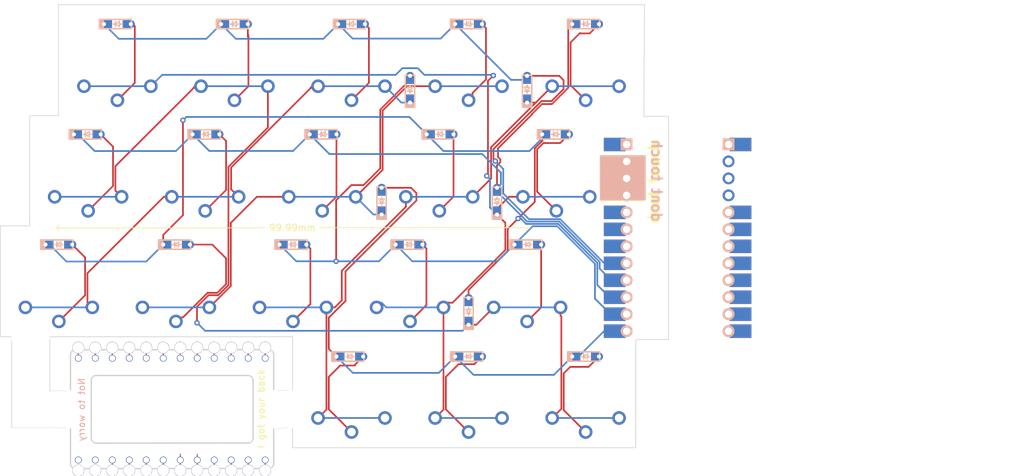
<source format=kicad_pcb>
(kicad_pcb (version 20221018) (generator pcbnew)
  (layers (0 "F.Cu" signal "Top") (31 "B.Cu" signal "Bottom") (34 "B.Paste" user) (35 "F.Paste" user) (36 "B.SilkS" user "B.Silkscreen") (37 "F.SilkS" user "F.Silkscreen") (38 "B.Mask" user) (39 "F.Mask" user) (44 "Edge.Cuts" user))
  (net 0 "")
  (net 1 "Net-(D1-Pad1)")
  (net 2 "pin0")
  (net 3 "Net-(D2-Pad2)")
  (net 4 "Net-(D3-Pad2)")
  (net 5 "Net-(D4-Pad2)")
  (net 6 "Net-(D5-Pad2)")
  (net 7 "pin1")
  (net 8 "Net-(D6-Pad2)")
  (net 9 "Net-(D7-Pad1)")
  (net 10 "Net-(D8-Pad2)")
  (net 11 "Net-(D9-Pad2)")
  (net 12 "Net-(D10-Pad2)")
  (net 13 "pin2")
  (net 14 "Net-(D11-Pad2)")
  (net 15 "Net-(D12-Pad2)")
  (net 16 "Net-(D13-Pad1)")
  (net 17 "Net-(D14-Pad2)")
  (net 18 "Net-(D15-Pad2)")
  (net 19 "pin3")
  (net 20 "Net-(D16-Pad2)")
  (net 21 "Net-(D17-Pad2)")
  (net 22 "Net-(D18-Pad2)")
  (net 23 "Net-(D19-Pad1)")
  (net 24 "pin4")
  (net 25 "Net-(D21-Pad2)")
  (net 26 "Net-(D22-Pad2)")
  (net 27 "Net-(D23-Pad2)")
  (net 28 "Net-(D25-Pad1)")
  (net 45 "GND")
  (net 46 "3.3V")
  (net 47 "/~{RESET}")
  (net 48 "/RAW")
  (net 49 "/17/SCL")
  (net 50 "/16/SDA")
  (net 51 "/9/RX1")
  (net 52 "/8/TX1")
  (net 53 "/7")
  (net 54 "/6")
  (net 55 "/5")
  (net 56 "/4")
  (net 57 "/1/RX0")
  (net 58 "/0/TX0")
  (net 59 "/A3")
  (net 60 "/A2")
  (net 61 "/A1")
  (net 62 "/A0")
  (net 63 "/22/SPI_SCK")
  (net 64 "/20/SPI_CIPO")
  (net 65 "/23/SPI_COPI")
  (net 66 "/21/SPI_~{CS}")
  (footprint "split-single_custom:D_SOD123F_dual" (layer "F.Cu") (at 81.25 56.5)
    (fp_text reference "D16")
    (fp_text value "D_Small" hide)
  )
  (footprint "split-single_custom:D_SOD123F_dual" (layer "F.Cu") (at 68.25 40)
    (fp_text reference "D9")
    (fp_text value "D_Small" hide)
  )
  (footprint "split-single_custom:D_SOD123F_dual" (layer "F.Cu") (at 107.5 23.5)
    (fp_text reference "D5")
    (fp_text value "D_Small" hide)
  )
  (footprint "split-single_custom:D_SOD123F_dual" (layer "F.Cu") (at 50.5 40)
    (fp_text reference "D8")
    (fp_text value "D_Small" hide)
  )
  (footprint "keyswitches:SW_PG1350_reversible" (layer "F.Cu") (at 55 29)
    (fp_text reference "SW1")
    (fp_text value "SW_PUSH")
  )
  (footprint "split-single_custom:D_SOD123F_dual" (layer "F.Cu") (at 89.75 73.25)
    (fp_text reference "D21")
    (fp_text value "D_Small" hide)
  )
  (footprint "split-single_custom:D_SOD123F_dual" (layer "F.Cu") (at 94.5 50 90)
    (fp_text reference "D25")
    (fp_text value "D_Small" hide)
  )
  (footprint "split-single_custom:D_SOD123F_dual" (layer "F.Cu") (at 103.25 40)
    (fp_text reference "D11")
    (fp_text value "D_Small" hide)
  )
  (footprint "split-single_custom:D_SOD123F_dual" (layer "F.Cu") (at 98.75 33.25 90)
    (fp_text reference "D19")
    (fp_text value "D_Small" hide)
  )
  (footprint "split-single_custom:D_SOD123F_dual" (layer "F.Cu") (at 120.5 40)
    (fp_text reference "D12")
    (fp_text value "D_Small" hide)
  )
  (footprint "split-single_custom:D_SOD123F_dual" (layer "F.Cu") (at 85.75 40)
    (fp_text reference "D10")
    (fp_text value "D_Small" hide)
  )
  (footprint "SparkFun_ProMicro-RP2040:1X12_CASTELLATED" (layer "F.Cu") (at 49.156604 73.5 -90)
    (fp_text reference "J4")
    (fp_text value "CONN_12CASTLE")
  )
  (footprint "keyswitches:SW_PG1350_reversible" (layer "F.Cu") (at 68.125 45.55)
    (fp_text reference "SW7")
    (fp_text value "SW_PUSH")
  )
  (footprint "SparkFun_ProMicro-RP2040:1X12_CASTELLATED" (layer "F.Cu") (at 77.096604 88.74 90)
    (fp_text reference "J3")
    (fp_text value "CONN_12CASTLE")
  )
  (footprint "split-single_custom:D_SOD123F_dual" (layer "F.Cu") (at 90 23.5)
    (fp_text reference "D4")
    (fp_text value "D_Small" hide)
  )
  (footprint "split-single_custom:D_SOD123F_dual" (layer "F.Cu") (at 63.85 56.5)
    (fp_text reference "D15")
    (fp_text value "D_Small" hide)
  )
  (footprint "split-single_custom:D_SOD123F_dual" (layer "F.Cu") (at 98.6 56.5)
    (fp_text reference "D17")
    (fp_text value "D_Small" hide)
  )
  (footprint "split-single_custom:D_SOD123F_dual" (layer "F.Cu") (at 116.35 56.5)
    (fp_text reference "D18")
    (fp_text value "D_Small" hide)
  )
  (footprint "keyswitches:SW_PG1350_reversible" (layer "F.Cu") (at 107.5 29)
    (fp_text reference "SW4")
    (fp_text value "SW_PUSH")
  )
  (footprint "keyswitches:SW_PG1350_reversible" (layer "F.Cu") (at 90 78.65)
    (fp_text reference "SW17")
    (fp_text value "SW_PUSH")
  )
  (footprint "keyswitches:SW_PG1350_reversible" (layer "F.Cu") (at 120.625 45.55)
    (fp_text reference "SW10")
    (fp_text value "SW_PUSH")
  )
  (footprint "keyswitches:SW_PG1350_reversible" (layer "F.Cu") (at 90 29)
    (fp_text reference "SW3")
    (fp_text value "SW_PUSH")
  )
  (footprint "Keebio-Parts:breakaway-mousebites" (layer "F.Cu") (at 47.985454 81.144124 90)
    (fp_text reference "REF**" hide)
    (fp_text value "breakaway-mousebites" hide)
  )
  (footprint "split-single_custom:D_SOD123F_dual" (layer "F.Cu") (at 125 73.25)
    (fp_text reference "D23")
    (fp_text value "D_Small" hide)
  )
  (footprint "split-single_custom:D_SOD123F_dual" (layer "F.Cu") (at 107.5 66.5 90)
    (fp_text reference "D13")
    (fp_text value "D_Small" hide)
  )
  (footprint "keyswitches:SW_PG1350_reversible" (layer "F.Cu") (at 63.75 62.1)
    (fp_text reference "SW12")
    (fp_text value "SW_PUSH")
  )
  (footprint "Keebio-Parts:breakaway-mousebites" (layer "F.Cu") (at 42 70.30115 180)
    (fp_text reference "REF**" hide)
    (fp_text value "breakaway-mousebites" hide)
  )
  (footprint "keyswitches:SW_PG1350_reversible" (layer "F.Cu") (at 46.25 62.1)
    (fp_text reference "SW11")
    (fp_text value "SW_PUSH")
  )
  (footprint "split-single_custom:D_SOD123F_dual" (layer "F.Cu") (at 55 23.5)
    (fp_text reference "D2")
    (fp_text value "D_Small" hide)
  )
  (footprint "keyswitches:SW_PG1350_reversible" (layer "F.Cu") (at 98.75 62.1)
    (fp_text reference "SW14")
    (fp_text value "SW_PUSH")
  )
  (footprint "keyswitches:SW_PG1350_reversible" (layer "F.Cu") (at 125 29)
    (fp_text reference "SW5")
    (fp_text value "SW_PUSH")
  )
  (footprint "split-single_custom:D_SOD123F_dual" (layer "F.Cu") (at 111.75 50 90)
    (fp_text reference "D7")
    (fp_text value "D_Small" hide)
  )
  (footprint "keyswitches:SW_PG1350_reversible" (layer "F.Cu") (at 81.25 62.1)
    (fp_text reference "SW13")
    (fp_text value "SW_PUSH")
  )
  (footprint "Keebio-Parts:Elite-C-castellated-24pin-holes" (layer "F.Cu") (at 138.75 55.48675 -90)
    (fp_text reference "U1" hide)
    (fp_text value "ProMicro" hide)
  )
  (footprint "split-single_custom:D_SOD123F_dual" (layer "F.Cu") (at 46.25 56.5)
    (fp_text reference "D14")
    (fp_text value "D_Small" hide)
  )
  (footprint "split-single_custom:D_SOD123F_dual" (layer "F.Cu") (at 125 23.5)
    (fp_text reference "D6")
    (fp_text value "D_Small" hide)
  )
  (footprint "keyswitches:SW_PG1350_reversible" (layer "F.Cu") (at 50.625 45.55)
    (fp_text reference "SW6")
    (fp_text value "SW_PUSH")
  )
  (footprint "keyswitches:SW_PG1350_reversible" (layer "F.Cu") (at 116.25 62.1)
    (fp_text reference "SW15")
    (fp_text value "SW_PUSH")
  )
  (footprint "keyswitches:SW_PG1350_reversible" (layer "F.Cu") (at 85.625 45.55)
    (fp_text reference "SW8")
    (fp_text value "SW_PUSH")
  )
  (footprint "keyswitches:SW_PG1350_reversible" (layer "F.Cu") (at 72.5 29)
    (fp_text reference "SW2")
    (fp_text value "SW_PUSH")
  )
  (footprint "split-single_custom:D_SOD123F_dual" (layer "F.Cu") (at 116.25 33.25 90)
    (fp_text reference "D1")
    (fp_text value "D_Small" hide)
  )
  (footprint "Keebio-Parts:breakaway-mousebites" (layer "F.Cu") (at 81.14885 81.15 90)
    (fp_text reference "REF**" hide)
    (fp_text value "breakaway-mousebites" hide)
  )
  (footprint "split-single_custom:D_SOD123F_dual" (layer "F.Cu") (at 107.5 73.25)
    (fp_text reference "D22")
    (fp_text value "D_Small" hide)
  )
  (footprint "SparkFun_ProMicro-RP2040:CREATIVE_COMMONS" (layer "F.Cu") (at 183.0769 34.2624 180)
    (fp_text reference "FRAME2" hide)
    (fp_text value "FRAME-LEDGER" hide)
  )
  (footprint "keyswitches:SW_PG1350_reversible" (layer "F.Cu") (at 103.125 45.55)
    (fp_text reference "SW9")
    (fp_text value "SW_PUSH")
  )
  (footprint "Keebio-Parts:breakaway-mousebites" (layer "F.Cu") (at 81.14885 81.15 90)
    (fp_text reference "REF**" hide)
    (fp_text value "breakaway-mousebites" hide)
  )
  (footprint "split-single_custom:D_SOD123F_dual" (layer "F.Cu") (at 72.5 23.5)
    (fp_text reference "D3")
    (fp_text value "D_Small" hide)
  )
  (footprint "keyswitches:SW_PG1350_reversible" (layer "F.Cu") (at 107.5 78.65)
    (fp_text reference "SW18")
    (fp_text value "SW_PUSH")
  )
  (footprint "Keebio-Parts:breakaway-mousebites" (layer "F.Cu") (at 78.337754 81.144124 -90)
    (fp_text reference "REF**" hide)
    (fp_text value "breakaway-mousebites" hide)
  )
  (footprint "keyswitches:SW_PG1350_reversible" (layer "F.Cu") (at 125 78.65)
    (fp_text reference "SW19")
    (fp_text value "SW_PUSH")
  )
  (footprint "Keebio-Parts:Elite-C-castellated-24pin-holes" (layer "B.Cu") (at 138.75 55.48675 -90)
    (fp_text reference "U2" hide)
    (fp_text value "ProMicro" hide)
  )
  (gr_rect (start 127.2 43.2) (end 133.9 49.8) (stroke (width 0.15)) (fill solid) (layer "B.SilkS"))
  (gr_line (start 116.4 53.96) (end 116 53.56) (stroke (width 0.12)) (layer "F.SilkS"))
  (gr_line (start 85.3 53.96) (end 116.4 53.96) (stroke (width 0.12)) (layer "F.SilkS"))
  (gr_line (start 77 54) (end 45.9 54) (stroke (width 0.12)) (layer "F.SilkS"))
  (gr_line (start 46.33 53.56) (end 45.9 54) (stroke (width 0.12)) (layer "F.SilkS"))
  (gr_line (start 45.9 54) (end 46.3 54.4) (stroke (width 0.12)) (layer "F.SilkS"))
  (gr_line (start 115.97 54.4) (end 116.4 53.96) (stroke (width 0.12)) (layer "F.SilkS"))
  (gr_rect (start 127.2 43.3) (end 133.9 49.9) (stroke (width 0.15)) (fill solid) (layer "F.SilkS"))
  (gr_arc (start 74.55254 76.0934) (mid 75.071755 76.310041) (end 75.286604 76.83) (stroke (width 0.2032)) (layer "Edge.Cuts"))
  (gr_line (start 47.986604 83.95) (end 39.2 83.9) (stroke (width 0.05)) (layer "Edge.Cuts"))
  (gr_line (start 51.100004 76.82746) (end 51.1 85.48) (stroke (width 0.2032)) (layer "Edge.Cuts"))
  (gr_line (start 46.2 20.6) (end 46.2 37.2) (stroke (width 0.1)) (layer "Edge.Cuts"))
  (gr_line (start 132.5 86.9) (end 132.5 70.7) (stroke (width 0.1)) (layer "Edge.Cuts"))
  (gr_line (start 81.2 70.3) (end 81.2 78.3) (stroke (width 0.1)) (layer "Edge.Cuts"))
  (gr_arc (start 48.720668 90.0234) (mid 48.201453 89.806759) (end 47.986604 89.2868) (stroke (width 0.2032)) (layer "Edge.Cuts"))
  (gr_arc (start 78.366604 89.2734) (mid 78.149963 89.792615) (end 77.630004 90.007464) (stroke (width 0.2032)) (layer "Edge.Cuts"))
  (gr_arc (start 51.100004 76.82746) (mid 51.316645 76.308245) (end 51.836604 76.093396) (stroke (width 0.2032)) (layer "Edge.Cuts"))
  (gr_line (start 37.5 70.3) (end 39.2 70.3) (stroke (width 0.1)) (layer "Edge.Cuts"))
  (gr_line (start 133.8 20.6) (end 46.2 20.6) (stroke (width 0.1)) (layer "Edge.Cuts"))
  (gr_line (start 39.2 83.9) (end 39.2 70.3) (stroke (width 0.1)) (layer "Edge.Cuts"))
  (gr_line (start 44.9 70.3) (end 81.2 70.3) (stroke (width 0.1)) (layer "Edge.Cuts"))
  (gr_line (start 47.986604 78.4) (end 47.986604 72.98) (stroke (width 0.2032)) (layer "Edge.Cuts"))
  (gr_line (start 44.9 78.4) (end 44.9 70.3) (stroke (width 0.1)) (layer "Edge.Cuts"))
  (gr_line (start 48.720668 90.0234) (end 77.630004 90.007464) (stroke (width 0.2032)) (layer "Edge.Cuts"))
  (gr_line (start 74.55254 76.0934) (end 51.836604 76.093396) (stroke (width 0.2032)) (layer "Edge.Cuts"))
  (gr_line (start 41.9 53.7) (end 37.5 53.7) (stroke (width 0.1)) (layer "Edge.Cuts"))
  (gr_line (start 78.366604 89.2734) (end 78.365799 84.099995) (stroke (width 0.2032)) (layer "Edge.Cuts"))
  (gr_arc (start 77.630004 72.23) (mid 78.149219 72.446641) (end 78.364068 72.9666) (stroke (width 0.2032)) (layer "Edge.Cuts"))
  (gr_line (start 137.4 37.3) (end 133.7 37.3) (stroke (width 0.1)) (layer "Edge.Cuts"))
  (gr_line (start 137.4 70.7) (end 137.4 37.3) (stroke (width 0.1)) (layer "Edge.Cuts"))
  (gr_line (start 81.2 78.3) (end 81.2 78.3) (stroke (width 0.1)) (layer "Edge.Cuts"))
  (gr_arc (start 47.986604 72.98) (mid 48.201453 72.460041) (end 48.720668 72.2434) (stroke (width 0.2032)) (layer "Edge.Cuts"))
  (gr_arc (start 75.288396 85.460785) (mid 75.071755 85.98) (end 74.551796 86.194849) (stroke (width 0.2032)) (layer "Edge.Cuts"))
  (gr_line (start 132.5 70.7) (end 137.4 70.7) (stroke (width 0.1)) (layer "Edge.Cuts"))
  (gr_line (start 51.834064 86.2166) (end 74.551796 86.194849) (stroke (width 0.2032)) (layer "Edge.Cuts"))
  (gr_line (start 75.288396 85.460785) (end 75.286604 76.83) (stroke (width 0.2032)) (layer "Edge.Cuts"))
  (gr_line (start 81.2 83.85) (end 81.2 86.9) (stroke (width 0.1)) (layer "Edge.Cuts"))
  (gr_line (start 81.2 83.85) (end 78.365799 84.099995) (stroke (width 0.05)) (layer "Edge.Cuts"))
  (gr_line (start 133.7 37.3) (end 133.8 20.6) (stroke (width 0.1)) (layer "Edge.Cuts"))
  (gr_line (start 77.630004 72.23) (end 48.720668 72.2434) (stroke (width 0.2032)) (layer "Edge.Cuts"))
  (gr_line (start 78.364897 78.300003) (end 78.364068 72.9666) (stroke (width 0.2032)) (layer "Edge.Cuts"))
  (gr_line (start 41.9 37.2) (end 41.9 53.7) (stroke (width 0.1)) (layer "Edge.Cuts"))
  (gr_line (start 81.2 86.9) (end 132.5 86.9) (stroke (width 0.1)) (layer "Edge.Cuts"))
  (gr_line (start 137.4 86.9) (end 137.4 86.9) (stroke (width 0.1)) (layer "Edge.Cuts"))
  (gr_line (start 37.5 53.7) (end 37.5 70.3) (stroke (width 0.1)) (layer "Edge.Cuts"))
  (gr_line (start 46.2 37.2) (end 41.9 37.2) (stroke (width 0.1)) (layer "Edge.Cuts"))
  (gr_arc (start 51.834064 86.2166) (mid 51.314849 85.999959) (end 51.1 85.48) (stroke (width 0.2032)) (layer "Edge.Cuts"))
  (gr_line (start 47.986604 78.4) (end 44.9 78.4) (stroke (width 0.05)) (layer "Edge.Cuts"))
  (gr_line (start 81.2 78.3) (end 78.364897 78.300003) (stroke (width 0.05)) (layer "Edge.Cuts"))
  (gr_line (start 47.986604 89.2868) (end 47.986604 83.95) (stroke (width 0.2032)) (layer "Edge.Cuts"))
  (gr_text "dont touch\n" (at 135.6 46.9 -90) (layer "B.SilkS") (effects (font (size 1.5 1.5) (thickness 0.3)) (justify mirror)))
  (gr_text "Not to worry" (at 49.636604 81.2 90) (layer "B.SilkS") (effects (font (size 1 1)) (justify mirror)))
  (gr_text "I got your back" (at 76.486604 81.1 90) (layer "F.SilkS") (effects (font (size 1 1))))
  (gr_text "99.99mm" (at 81.149999 53.98) (layer "F.SilkS") (effects (font (size 1 1))))
  (gr_text "dont touch\n" (at 135.2 47.2 90) (layer "F.SilkS") (effects (font (size 1.5 1.5) (thickness 0.3))))
  (segment (start 117.55 35.25) (end 110.86647 41.93353) (width 0.25) (layer "F.Cu") (net 1))
  (segment (start 98.125 50.843418) (end 88.542894 60.425524) (width 0.25) (layer "F.Cu") (net 1))
  (segment (start 110.86647 41.93353) (end 110.86647 46.60853) (width 0.25) (layer "F.Cu") (net 1))
  (segment (start 86.25 81.2) (end 86.25 65.9) (width 0.25) (layer "F.Cu") (net 1))
  (segment (start 88.542894 64.857106) (end 87.5 65.9) (width 0.25) (layer "F.Cu") (net 1))
  (segment (start 87.5 65.9) (end 86.25 65.9) (width 0.25) (layer "F.Cu") (net 1))
  (segment (start 120 32.8) (end 117.55 35.25) (width 0.25) (layer "F.Cu") (net 1))
  (segment (start 116.25 35.25) (end 117.55 35.25) (width 0.25) (layer "F.Cu") (net 1))
  (segment (start 85 82.45) (end 86.25 81.2) (width 0.25) (layer "F.Cu") (net 1))
  (segment (start 110.86647 46.60853) (end 108.125 49.35) (width 0.25) (layer "F.Cu") (net 1))
  (segment (start 88.542894 60.425524) (end 88.542894 64.857106) (width 0.25) (layer "F.Cu") (net 1))
  (segment (start 98.125 49.35) (end 98.125 50.843418) (width 0.25) (layer "F.Cu") (net 1))
  (segment (start 85 82.45) (end 95 82.45) (width 0.25) (layer "B.Cu") (net 1))
  (segment (start 120 32.8) (end 130 32.8) (width 0.25) (layer "B.Cu") (net 1))
  (segment (start 98.125 49.35) (end 108.125 49.35) (width 0.25) (layer "B.Cu") (net 1))
  (segment (start 86.25 65.9) (end 76.25 65.9) (width 0.25) (layer "B.Cu") (net 1))
  (segment (start 118.418198 35.018198) (end 111.21807 42.218326) (width 0.25) (layer "F.Cu") (net 2))
  (segment (start 111.21807 43.71807) (end 111.5 44) (width 0.25) (layer "F.Cu") (net 2))
  (segment (start 121.05 31.25) (end 121.7 31.9) (width 0.25) (layer "F.Cu") (net 2))
  (segment (start 121.7 31.9) (end 121.7 33.230001) (width 0.25) (layer "F.Cu") (net 2))
  (segment (start 116.25 31.25) (end 121.05 31.25) (width 0.25) (layer "F.Cu") (net 2))
  (segment (start 121.7 33.230001) (end 119.911803 35.018198) (width 0.25) (layer "F.Cu") (net 2))
  (segment (start 111.21807 42.218326) (end 111.21807 43.71807) (width 0.25) (layer "F.Cu") (net 2))
  (segment (start 119.911803 35.018198) (end 118.418198 35.018198) (width 0.25) (layer "F.Cu") (net 2))
  (via (at 111.5 44) (size 0.8) (drill 0.4) (layers "F.Cu" "B.Cu") (net 2))
  (segment (start 121.2 52.7) (end 116.536396 52.7) (width 0.25) (layer "B.Cu") (net 2))
  (segment (start 103.329699 25.670301) (end 105.5 23.5) (width 0.25) (layer "B.Cu") (net 2))
  (segment (start 112.687701 45.187701) (end 111.5 44) (width 0.25) (layer "B.Cu") (net 2))
  (segment (start 55.2 25.7) (end 53 23.5) (width 0.25) (layer "B.Cu") (net 2))
  (segment (start 72.7 25.7) (end 70.5 23.5) (width 0.25) (layer "B.Cu") (net 2))
  (segment (start 85.8 25.7) (end 72.7 25.7) (width 0.25) (layer "B.Cu") (net 2))
  (segment (start 88 23.5) (end 85.8 25.7) (width 0.25) (layer "B.Cu") (net 2))
  (segment (start 127.79675 59.29675) (end 121.2 52.7) (width 0.25) (layer "B.Cu") (net 2))
  (segment (start 88 23.5) (end 90.170301 25.670301) (width 0.25) (layer "B.Cu") (net 2))
  (segment (start 70.5 23.5) (end 68.3 25.7) (width 0.25) (layer "B.Cu") (net 2))
  (segment (start 113.85 31.85) (end 116.25 31.85) (width 0.25) (layer "B.Cu") (net 2))
  (segment (start 68.3 25.7) (end 55.2 25.7) (width 0.25) (layer "B.Cu") (net 2))
  (segment (start 129.352 59.29675) (end 127.79675 59.29675) (width 0.25) (layer "B.Cu") (net 2))
  (segment (start 105.5 23.5) (end 113.85 31.85) (width 0.25) (layer "B.Cu") (net 2))
  (segment (start 90.170301 25.670301) (end 103.329699 25.670301) (width 0.25) (layer "B.Cu") (net 2))
  (segment (start 116.536396 52.7) (end 112.687701 48.851305) (width 0.25) (layer "B.Cu") (net 2))
  (segment (start 112.687701 48.851305) (end 112.687701 45.187701) (width 0.25) (layer "B.Cu") (net 2))
  (segment (start 55 34.9) (end 57.6 32.3) (width 0.25) (layer "F.Cu") (net 3))
  (segment (start 56.6 22.8) (end 56.6 23.1) (width 0.25) (layer "F.Cu") (net 3))
  (segment (start 56.6 23.1) (end 57 23.5) (width 0.25) (layer "F.Cu") (net 3))
  (segment (start 57.6 32.3) (end 57.6 23.8) (width 0.25) (layer "F.Cu") (net 3))
  (segment (start 57.6 23.8) (end 56.6 22.8) (width 0.25) (layer "F.Cu") (net 3))
  (segment (start 74.5 25.4) (end 74.5 23.5) (width 0.25) (layer "F.Cu") (net 4))
  (segment (start 74.589501 25.489501) (end 74.5 25.4) (width 0.25) (layer "F.Cu") (net 4))
  (segment (start 74.589501 25.489501) (end 74.589501 25.179501) (width 0.25) (layer "F.Cu") (net 4))
  (segment (start 72.5 34.9) (end 74.589501 32.810499) (width 0.25) (layer "F.Cu") (net 4))
  (segment (start 74.589501 32.810499) (end 74.589501 25.489501) (width 0.25) (layer "F.Cu") (net 4))
  (segment (start 92 23.5) (end 92.6 24.1) (width 0.25) (layer "F.Cu") (net 5))
  (segment (start 92.6 24.1) (end 92.6 32.3) (width 0.25) (layer "F.Cu") (net 5))
  (segment (start 92.6 32.3) (end 90 34.9) (width 0.25) (layer "F.Cu") (net 5))
  (segment (start 108.1 34.3) (end 107.5 34.9) (width 0.25) (layer "F.Cu") (net 6))
  (segment (start 108.1 33.8) (end 108.1 34.3) (width 0.25) (layer "F.Cu") (net 6))
  (segment (start 110.1 24.1) (end 110.1 31.8) (width 0.25) (layer "F.Cu") (net 6))
  (segment (start 109.5 23.5) (end 110.1 24.1) (width 0.25) (layer "F.Cu") (net 6))
  (segment (start 110.1 31.8) (end 108.1 33.8) (width 0.25) (layer "F.Cu") (net 6))
  (segment (start 111.9 43.4) (end 111.9 42.1) (width 0.25) (layer "F.Cu") (net 7))
  (segment (start 118.466817 35.466817) (end 119.960421 35.466817) (width 0.25) (layer "F.Cu") (net 7))
  (segment (start 111.75 44.65) (end 112.25 44.15) (width 0.25) (layer "F.Cu") (net 7))
  (segment (start 111.9 42.1) (end 117 37) (width 0.25) (layer "F.Cu") (net 7))
  (segment (start 122.4 33.027239) (end 122.4 24.1) (width 0.25) (layer "F.Cu") (net 7))
  (segment (start 117 37) (end 117 36.933634) (width 0.25) (layer "F.Cu") (net 7))
  (segment (start 112.25 43.75) (end 111.9 43.4) (width 0.25) (layer "F.Cu") (net 7))
  (segment (start 119.960421 35.466817) (end 122.4 33.027239) (width 0.25) (layer "F.Cu") (net 7))
  (segment (start 112.25 44.15) (end 112.25 43.75) (width 0.25) (layer "F.Cu") (net 7))
  (segment (start 117 36.933634) (end 118.466817 35.466817) (width 0.25) (layer "F.Cu") (net 7))
  (segment (start 122.4 24.1) (end 123 23.5) (width 0.25) (layer "F.Cu") (net 7))
  (segment (start 111.75 48) (end 111.75 44.65) (width 0.25) (layer "F.Cu") (net 7))
  (segment (start 68.734174 42.484174) (end 66.25 40) (width 0.25) (layer "B.Cu") (net 7))
  (segment (start 109.55 42.95) (end 86.7 42.95) (width 0.25) (layer "B.Cu") (net 7))
  (segment (start 127.1 59.097238) (end 127.1 60.1) (width 0.25) (layer "B.Cu") (net 7))
  (segment (start 51.6 42.5) (end 49.1 40) (width 0.25) (layer "B.Cu") (net 7))
  (segment (start 63.75 42.5) (end 51.6 42.5) (width 0.25) (layer "B.Cu") (net 7))
  (segment (start 121.054362 53.0516) (end 127.1 59.097238) (width 0.25) (layer "B.Cu") (net 7))
  (segment (start 86.7 42.95) (end 83.75 40) (width 0.25) (layer "B.Cu") (net 7))
  (segment (start 112.336101 45.736101) (end 109.55 42.95) (width 0.25) (layer "B.Cu") (net 7))
  (segment (start 81.265826 42.484174) (end 68.734174 42.484174) (width 0.25) (layer "B.Cu") (net 7))
  (segment (start 111.75 48.6) (end 111.8 48.6) (width 0.25) (layer "B.Cu") (net 7))
  (segment (start 129.352 61.83675) (end 128.83675 61.83675) (width 0.25) (layer "B.Cu") (net 7))
  (segment (start 111.75 48) (end 111.8 48) (width 0.25) (layer "B.Cu") (net 7))
  (segment (start 111.8 48) (end 112.336101 47.463899) (width 0.25) (layer "B.Cu") (net 7))
  (segment (start 112.336101 47.463899) (end 112.336101 45.736101) (width 0.25) (layer "B.Cu") (net 7))
  (segment (start 128.83675 61.83675) (end 127.1 60.1) (width 0.25) (layer "B.Cu") (net 7))
  (segment (start 111.8 48.6) (end 116.2516 53.0516) (width 0.25) (layer "B.Cu") (net 7))
  (segment (start 83.75 40) (end 81.265826 42.484174) (width 0.25) (layer "B.Cu") (net 7))
  (segment (start 66.25 40) (end 63.75 42.5) (width 0.25) (layer "B.Cu") (net 7))
  (segment (start 116.2516 53.0516) (end 121.054362 53.0516) (width 0.25) (layer "B.Cu") (net 7))
  (segment (start 127 23.5) (end 125.6 24.9) (width 0.25) (layer "F.Cu") (net 8))
  (segment (start 122.7516 26.2484) (end 124.15 24.85) (width 0.25) (layer "F.Cu") (net 8))
  (segment (start 125.6 24.9) (end 124.2 24.9) (width 0.25) (layer "F.Cu") (net 8))
  (segment (start 124.2 24.9) (end 124.15 24.85) (width 0.25) (layer "F.Cu") (net 8))
  (segment (start 122.7516 32.6516) (end 122.7516 26.2484) (width 0.25) (layer "F.Cu") (net 8))
  (segment (start 125 34.9) (end 122.7516 32.6516) (width 0.25) (layer "F.Cu") (net 8))
  (segment (start 111.75 52) (end 112.9984 53.2484) (width 0.25) (layer "F.Cu") (net 9))
  (segment (start 103.75 81.2) (end 103.75 65.9) (width 0.25) (layer "F.Cu") (net 9))
  (segment (start 102.5 82.45) (end 103.75 81.2) (width 0.25) (layer "F.Cu") (net 9))
  (segment (start 110.4 46.050402) (end 110.4 32) (width 0.25) (layer "F.Cu") (net 9))
  (segment (start 111.75 51.15) (end 111.75 52) (width 0.25) (layer "F.Cu") (net 9))
  (segment (start 112.9984 57.304363) (end 105.102764 65.2) (width 0.25) (layer "F.Cu") (net 9))
  (segment (start 110.4 32) (end 111.2 31.2) (width 0.25) (layer "F.Cu") (net 9))
  (segment (start 112.9984 53.2484) (end 112.9984 57.304363) (width 0.25) (layer "F.Cu") (net 9))
  (segment (start 110.225201 46.225201) (end 110.4 46.050402) (width 0.25) (layer "F.Cu") (net 9))
  (segment (start 105.102764 65.2) (end 104.45 65.2) (width 0.25) (layer "F.Cu") (net 9))
  (segment (start 104.45 65.2) (end 103.75 65.9) (width 0.25) (layer "F.Cu") (net 9))
  (segment (start 115.625 49.35) (end 113.55 49.35) (width 0.25) (layer "F.Cu") (net 9))
  (segment (start 113.55 49.35) (end 111.75 51.15) (width 0.25) (layer "F.Cu") (net 9))
  (via (at 110.225201 46.225201) (size 0.8) (drill 0.4) (layers "F.Cu" "B.Cu") (net 9))
  (via (at 111.2 31.2) (size 0.8) (drill 0.4) (layers "F.Cu" "B.Cu") (net 9))
  (segment (start 110.7 46.7) (end 110.225201 46.225201) (width 0.25) (layer "B.Cu") (net 9))
  (segment (start 97.6 30.1) (end 99.9 30.1) (width 0.25) (layer "B.Cu") (net 9))
  (segment (start 111.75 52) (end 110.7 50.95) (width 0.25) (layer "B.Cu") (net 9))
  (segment (start 61.7 31.1) (end 96.6 31.1) (width 0.25) (layer "B.Cu") (net 9))
  (segment (start 111.1 31.1) (end 111.2 31.2) (width 0.25) (layer "B.Cu") (net 9))
  (segment (start 103.75 65.9) (end 95.2 65.9) (width 0.25) (layer "B.Cu") (net 9))
  (segment (start 99.9 30.1) (end 100.9 31.1) (width 0.25) (layer "B.Cu") (net 9))
  (segment (start 95.2 65.9) (end 94.5 65.2) (width 0.25) (layer "B.Cu") (net 9))
  (segment (start 102.5 82.45) (end 112.5 82.45) (width 0.25) (layer "B.Cu") (net 9))
  (segment (start 94.45 65.2) (end 93.75 65.9) (width 0.25) (layer "B.Cu") (net 9))
  (segment (start 96.6 31.1) (end 97.6 30.1) (width 0.25) (layer "B.Cu") (net 9))
  (segment (start 50 32.8) (end 60 32.8) (width 0.25) (layer "B.Cu") (net 9))
  (segment (start 94.5 65.2) (end 94.45 65.2) (width 0.25) (layer "B.Cu") (net 9))
  (segment (start 60 32.8) (end 61.7 31.1) (width 0.25) (layer "B.Cu") (net 9))
  (segment (start 100.9 31.1) (end 111.1 31.1) (width 0.25) (layer "B.Cu") (net 9))
  (segment (start 115.625 49.35) (end 125.625 49.35) (width 0.25) (layer "B.Cu") (net 9))
  (segment (start 110.7 50.95) (end 110.7 46.7) (width 0.25) (layer "B.Cu") (net 9))
  (segment (start 54.3484 41.8484) (end 52.5 40) (width 0.25) (layer "F.Cu") (net 10))
  (segment (start 54.3484 47.7266) (end 54.3484 41.8484) (width 0.25) (layer "F.Cu") (net 10))
  (segment (start 50.625 51.45) (end 54.3484 47.7266) (width 0.25) (layer "F.Cu") (net 10))
  (segment (start 68.125 51.45) (end 71.2484 48.3266) (width 0.25) (layer "F.Cu") (net 11))
  (segment (start 71.2484 40.9984) (end 70.25 40) (width 0.25) (layer "F.Cu") (net 11))
  (segment (start 71.2484 48.3266) (end 71.2484 40.9984) (width 0.25) (layer "F.Cu") (net 11))
  (segment (start 87.75 49.325) (end 87.75 40) (width 0.25) (layer "F.Cu") (net 12))
  (segment (start 85.625 51.45) (end 87.75 49.325) (width 0.25) (layer "F.Cu") (net 12))
  (segment (start 117.4 42.1) (end 118.535499 40.964501) (width 0.25) (layer "F.Cu") (net 13))
  (segment (start 114.9 52.6) (end 113.35 54.15) (width 0.25) (layer "F.Cu") (net 13))
  (segment (start 117.4 50.1) (end 114.9 52.6) (width 0.25) (layer "F.Cu") (net 13))
  (segment (start 118.535499 40.564501) (end 118.535499 40.964501) (width 0.25) (layer "F.Cu") (net 13))
  (segment (start 64.8 37.9) (end 64.8 52.1) (width 0.25) (layer "F.Cu") (net 13))
  (segment (start 111.05 59.75) (end 107.5 63.3) (width 0.25) (layer "F.Cu") (net 13))
  (segment (start 117.4 50.1) (end 117.4 42.1) (width 0.25) (layer "F.Cu") (net 13))
  (segment (start 61.85 55.05) (end 61.85 56.5) (width 0.25) (layer "F.Cu") (net 13))
  (segment (start 111.9 58.9) (end 111.05 59.75) (width 0.25) (layer "F.Cu") (net 13))
  (segment (start 64.8 52.1) (end 61.85 55.05) (width 0.25) (layer "F.Cu") (net 13))
  (segment (start 111.05 59.75) (end 113.35 57.45) (width 0.25) (layer "F.Cu") (net 13))
  (segment (start 119.1 40) (end 118.535499 40.564501) (width 0.25) (layer "F.Cu") (net 13))
  (segment (start 113.35 57.45) (end 113.35 54.15) (width 0.25) (layer "F.Cu") (net 13))
  (segment (start 107.5 63.3) (end 107.5 64.5) (width 0.25) (layer "F.Cu") (net 13))
  (via (at 64.8 37.9) (size 0.8) (drill 0.4) (layers "F.Cu" "B.Cu") (net 13))
  (via (at 114.9 52.6) (size 0.8) (drill 0.4) (layers "F.Cu" "B.Cu") (net 13))
  (segment (start 59.315826 59.034174) (end 47.384174 59.034174) (width 0.25) (layer "B.Cu") (net 13))
  (segment (start 115.302762 52.6) (end 114.9 52.6) (width 0.25) (layer "B.Cu") (net 13))
  (segment (start 83.5 37.4) (end 65.3 37.4) (width 0.25) (layer "B.Cu") (net 13))
  (segment (start 120.908724 53.4032) (end 116.105962 53.4032) (width 0.25) (layer "B.Cu") (net 13))
  (segment (start 65.3 37.4) (end 64.8 37.9) (width 0.25) (layer "B.Cu") (net 13))
  (segment (start 103.75 42.5) (end 101.25 40) (width 0.25) (layer "B.Cu") (net 13))
  (segment (start 98.65 37.4) (end 83.5 37.4) (width 0.25) (layer "B.Cu") (net 13))
  (segment (start 129.352 64.37675) (end 128.57675 64.37675) (width 0.25) (layer "B.Cu") (net 13))
  (segment (start 47.384174 59.034174) (end 44.85 56.5) (width 0.25) (layer "B.Cu") (net 13))
  (segment (start 119.1 40) (end 116.6 42.5) (width 0.25) (layer "B.Cu") (net 13))
  (segment (start 61.85 56.5) (end 59.315826 59.034174) (width 0.25) (layer "B.Cu") (net 13))
  (segment (start 101.25 40) (end 98.65 37.4) (width 0.25) (layer "B.Cu") (net 13))
  (segment (start 128.57675 64.37675) (end 126.7484 62.5484) (width 0.25) (layer "B.Cu") (net 13))
  (segment (start 126.7484 59.242876) (end 120.908724 53.4032) (width 0.25) (layer "B.Cu") (net 13))
  (segment (start 116.105962 53.4032) (end 115.302762 52.6) (width 0.25) (layer "B.Cu") (net 13))
  (segment (start 116.6 42.5) (end 103.75 42.5) (width 0.25) (layer "B.Cu") (net 13))
  (segment (start 126.7484 62.5484) (end 126.7484 59.242876) (width 0.25) (layer "B.Cu") (net 13))
  (segment (start 105.25 49.325) (end 105.25 40) (width 0.25) (layer "F.Cu") (net 14))
  (segment (start 103.125 51.45) (end 105.25 49.325) (width 0.25) (layer "F.Cu") (net 14))
  (segment (start 117.7516 42.245638) (end 118.697238 41.3) (width 0.25) (layer "F.Cu") (net 15))
  (segment (start 117.7516 48.5766) (end 117.7516 42.245638) (width 0.25) (layer "F.Cu") (net 15))
  (segment (start 120.625 51.45) (end 117.7516 48.5766) (width 0.25) (layer "F.Cu") (net 15))
  (segment (start 121.2 41.3) (end 122.5 40) (width 0.25) (layer "F.Cu") (net 15))
  (segment (start 118.697238 41.3) (end 121.2 41.3) (width 0.25) (layer "F.Cu") (net 15))
  (segment (start 66.4 33) (end 66.6 32.8) (width 0.25) (layer "F.Cu") (net 16))
  (segment (start 71.6 62.552762) (end 71.6 44.872562) (width 0.25) (layer "F.Cu") (net 16))
  (segment (start 120 82.45) (end 121.371281 81.078719) (width 0.25) (layer "F.Cu") (net 16))
  (segment (start 55.625 49.35) (end 54.7 48.425) (width 0.25) (layer "F.Cu") (net 16))
  (segment (start 71.6 44.872562) (end 77.5 38.972562) (width 0.25) (layer "F.Cu") (net 16))
  (segment (start 108.65 68.5) (end 111.25 65.9) (width 0.25) (layer "F.Cu") (net 16))
  (segment (start 70.084403 64.068359) (end 71.6 62.552762) (width 0.25) (layer "F.Cu") (net 16))
  (segment (start 54.7 48.425) (end 54.7 44.76706) (width 0.25) (layer "F.Cu") (net 16))
  (segment (start 121.371281 67.271281) (end 121.25 67.15) (width 0.25) (layer "F.Cu") (net 16))
  (segment (start 66.9 65.8) (end 68.631641 64.068359) (width 0.25) (layer "F.Cu") (net 16))
  (segment (start 121.25 67.15) (end 121.25 65.9) (width 0.25) (layer "F.Cu") (net 16))
  (segment (start 68.631641 64.068359) (end 70.084403 64.068359) (width 0.25) (layer "F.Cu") (net 16))
  (segment (start 107.5 68.5) (end 108.65 68.5) (width 0.25) (layer "F.Cu") (net 16))
  (segment (start 121.371281 81.078719) (end 121.371281 67.271281) (width 0.25) (layer "F.Cu") (net 16))
  (segment (start 54.7 44.76706) (end 66.4 33.06706) (width 0.25) (layer "F.Cu") (net 16))
  (segment (start 66.4 33.06706) (end 66.4 33) (width 0.25) (layer "F.Cu") (net 16))
  (segment (start 66.9 68.2) (end 66.9 65.8) (width 0.25) (layer "F.Cu") (net 16))
  (segment (start 66.6 32.8) (end 67.5 32.8) (width 0.25) (layer "F.Cu") (net 16))
  (segment (start 77.5 38.972562) (end 77.5 32.8) (width 0.25) (layer "F.Cu") (net 16))
  (via (at 66.9 68.2) (size 0.8) (drill 0.4) (layers "F.Cu" "B.Cu") (net 16))
  (segment (start 67.5 32.8) (end 77.5 32.8) (width 0.25) (layer "B.Cu") (net 16))
  (segment (start 120 82.45) (end 130 82.45) (width 0.25) (layer "B.Cu") (net 16))
  (segment (start 68.1 69.4) (end 66.9 68.2) (width 0.25) (layer "B.Cu") (net 16))
  (segment (start 121.25 65.9) (end 111.25 65.9) (width 0.25) (layer "B.Cu") (net 16))
  (segment (start 106.6 69.4) (end 68.1 69.4) (width 0.25) (layer "B.Cu") (net 16))
  (segment (start 45.625 49.35) (end 55.625 49.35) (width 0.25) (layer "B.Cu") (net 16))
  (segment (start 107.5 68.5) (end 106.6 69.4) (width 0.25) (layer "B.Cu") (net 16))
  (segment (start 50.172499 64.077501) (end 50.172499 58.422499) (width 0.25) (layer "F.Cu") (net 17))
  (segment (start 46.25 68) (end 50.172499 64.077501) (width 0.25) (layer "F.Cu") (net 17))
  (segment (start 50.172499 58.422499) (end 48.25 56.5) (width 0.25) (layer "F.Cu") (net 17))
  (segment (start 64.802762 67.4) (end 68.486003 63.716759) (width 0.25) (layer "F.Cu") (net 18))
  (segment (start 69.938765 63.716759) (end 71.2484 62.407124) (width 0.25) (layer "F.Cu") (net 18))
  (segment (start 64.35 67.4) (end 64.802762 67.4) (width 0.25) (layer "F.Cu") (net 18))
  (segment (start 69.182562 56.5) (end 65.85 56.5) (width 0.25) (layer "F.Cu") (net 18))
  (segment (start 71.2484 62.407124) (end 71.2484 58.565838) (width 0.25) (layer "F.Cu") (net 18))
  (segment (start 68.486003 63.716759) (end 69.938765 63.716759) (width 0.25) (layer "F.Cu") (net 18))
  (segment (start 71.2484 58.565838) (end 69.182562 56.5) (width 0.25) (layer "F.Cu") (net 18))
  (segment (start 63.75 68) (end 64.35 67.4) (width 0.25) (layer "F.Cu") (net 18))
  (segment (start 89.972238 47.6) (end 91.8 47.6) (width 0.25) (layer "F.Cu") (net 19))
  (segment (start 87.7 49.872238) (end 89.972238 47.6) (width 0.25) (layer "F.Cu") (net 19))
  (segment (start 87.7 59) (end 87.7 49.872238) (width 0.25) (layer "F.Cu") (net 19))
  (segment (start 94.3 36.3) (end 98.75 31.85) (width 0.25) (layer "F.Cu") (net 19))
  (segment (start 94.3 45.1) (end 94.3 36.3) (width 0.25) (layer "F.Cu") (net 19))
  (segment (start 91.8 47.6) (end 94.3 45.1) (width 0.25) (layer "F.Cu") (net 19))
  (via (at 87.7 59) (size 0.8) (drill 0.4) (layers "F.Cu" "B.Cu") (net 19))
  (segment (start 128.727 66.91675) (end 129.352 66.91675) (width 0.25) (layer "B.Cu") (net 19))
  (segment (start 111.85 59) (end 114.35 56.5) (width 0.25) (layer "B.Cu") (net 19))
  (segment (start 96.6 56.5) (end 99.1 59) (width 0.25) (layer "B.Cu") (net 19))
  (segment (start 96.6 56.5) (end 94.1 59) (width 0.25) (layer "B.Cu") (net 19))
  (segment (start 114.35 56.5) (end 117.0952 53.7548) (width 0.25) (layer "B.Cu") (net 19))
  (segment (start 120.763086 53.7548) (end 126.3968 59.388514) (width 0.25) (layer "B.Cu") (net 19))
  (segment (start 117.0952 53.7548) (end 120.763086 53.7548) (width 0.25) (layer "B.Cu") (net 19))
  (segment (start 111.3 59) (end 111.85 59) (width 0.25) (layer "B.Cu") (net 19))
  (segment (start 99.1 59) (end 111.3 59) (width 0.25) (layer "B.Cu") (net 19))
  (segment (start 87.7 59) (end 81.75 59) (width 0.25) (layer "B.Cu") (net 19))
  (segment (start 94.1 59) (end 87.7 59) (width 0.25) (layer "B.Cu") (net 19))
  (segment (start 126.3968 64.58655) (end 128.727 66.91675) (width 0.25) (layer "B.Cu") (net 19))
  (segment (start 81.75 59) (end 79.25 56.5) (width 0.25) (layer "B.Cu") (net 19))
  (segment (start 126.3968 59.388514) (end 126.3968 64.58655) (width 0.25) (layer "B.Cu") (net 19))
  (segment (start 83.85 65.4) (end 81.25 68) (width 0.25) (layer "F.Cu") (net 20))
  (segment (start 83.25 56.5) (end 83.85 57.1) (width 0.25) (layer "F.Cu") (net 20))
  (segment (start 83.85 57.1) (end 83.85 65.4) (width 0.25) (layer "F.Cu") (net 20))
  (segment (start 98.75 68) (end 101.2 65.55) (width 0.25) (layer "F.Cu") (net 21))
  (segment (start 101.2 57.1) (end 100.6 56.5) (width 0.25) (layer "F.Cu") (net 21))
  (segment (start 101.2 65.55) (end 101.2 57.1) (width 0.25) (layer "F.Cu") (net 21))
  (segment (start 118.35 65.9) (end 118.35 56.5) (width 0.25) (layer "F.Cu") (net 22))
  (segment (start 116.25 68) (end 118.35 65.9) (width 0.25) (layer "F.Cu") (net 22))
  (segment (start 83.9 33) (end 84.1 32.8) (width 0.25) (layer "F.Cu") (net 23))
  (segment (start 72 44.9698) (end 83.9 33.0698) (width 0.25) (layer "F.Cu") (net 23))
  (segment (start 73.125 49.35) (end 72 48.225) (width 0.25) (layer "F.Cu") (net 23))
  (segment (start 51.25 65.9) (end 50.524099 65.174099) (width 0.25) (layer "F.Cu") (net 23))
  (segment (start 72 48.225) (end 72 44.9698) (width 0.25) (layer "F.Cu") (net 23))
  (segment (start 83.9 33.0698) (end 83.9 33) (width 0.25) (layer "F.Cu") (net 23))
  (segment (start 84.1 32.8) (end 85 32.8) (width 0.25) (layer "F.Cu") (net 23))
  (segment (start 73.125 49.675) (end 73.125 49.35) (width 0.25) (layer "F.Cu") (net 23))
  (segment (start 61.95 49.35) (end 63.125 49.35) (width 0.25) (layer "F.Cu") (net 23))
  (segment (start 50.524099 60.775901) (end 61.95 49.35) (width 0.25) (layer "F.Cu") (net 23))
  (segment (start 50.524099 65.174099) (end 50.524099 60.775901) (width 0.25) (layer "F.Cu") (net 23))
  (segment (start 97.45 35.25) (end 95 32.8) (width 0.25) (layer "B.Cu") (net 23))
  (segment (start 98.75 35.25) (end 97.45 35.25) (width 0.25) (layer "B.Cu") (net 23))
  (segment (start 51.25 65.9) (end 41.25 65.9) (width 0.25) (layer "B.Cu") (net 23))
  (segment (start 63.125 49.35) (end 73.125 49.35) (width 0.25) (layer "B.Cu") (net 23))
  (segment (start 85 32.8) (end 95 32.8) (width 0.25) (layer "B.Cu") (net 23))
  (segment (start 99.702407 48.802407) (end 98.9 48) (width 0.25) (layer "F.Cu") (net 24))
  (segment (start 86.6016 72.1016) (end 86.6016 67.434796) (width 0.25) (layer "F.Cu") (net 24))
  (segment (start 98.9 48) (end 94.5 48) (width 0.25) (layer "F.Cu") (net 24))
  (segment (start 99.702407 49.902407) (end 99.702407 48.802407) (width 0.25) (layer "F.Cu") (net 24))
  (segment (start 89.1 60.504814) (end 99.702407 49.902407) (width 0.25) (layer "F.Cu") (net 24))
  (segment (start 87.75 73.25) (end 86.6016 72.1016) (width 0.25) (layer "F.Cu") (net 24))
  (segment (start 89.1 64.936396) (end 89.1 60.504814) (width 0.25) (layer "F.Cu") (net 24))
  (segment (start 86.6016 67.434796) (end 89.1 64.936396) (width 0.25) (layer "F.Cu") (net 24))
  (segment (start 90.2 75.7) (end 87.75 73.25) (width 0.25) (layer "B.Cu") (net 24))
  (segment (start 123.6 73.25) (end 123.95 73.25) (width 0.25) (layer "B.Cu") (net 24))
  (segment (start 120.3 76) (end 108.25 76) (width 0.25) (layer "B.Cu") (net 24))
  (segment (start 103.05 75.7) (end 90.2 75.7) (width 0.25) (layer "B.Cu") (net 24))
  (segment (start 123 73.25) (end 120.3 75.95) (width 0.25) (layer "B.Cu") (net 24))
  (segment (start 105.5 73.25) (end 103.05 75.7) (width 0.25) (layer "B.Cu") (net 24))
  (segment (start 127.74325 69.45675) (end 129.352 69.45675) (width 0.25) (layer "B.Cu") (net 24))
  (segment (start 123.95 73.25) (end 127.74325 69.45675) (width 0.25) (layer "B.Cu") (net 24))
  (segment (start 120.3 75.95) (end 120.3 76) (width 0.25) (layer "B.Cu") (net 24))
  (segment (start 108.25 76) (end 105.5 73.25) (width 0.25) (layer "B.Cu") (net 24))
  (segment (start 90.5 74.6) (end 90.5 74.5) (width 0.25) (layer "F.Cu") (net 25))
  (segment (start 88.3 74.6) (end 90.5 74.6) (width 0.25) (layer "F.Cu") (net 25))
  (segment (start 90.5 74.5) (end 91.75 73.25) (width 0.25) (layer "F.Cu") (net 25))
  (segment (start 90 84.55) (end 86.6016 81.1516) (width 0.25) (layer "F.Cu") (net 25))
  (segment (start 86.6016 81.1516) (end 86.6016 76.2984) (width 0.25) (layer "F.Cu") (net 25))
  (segment (start 86.6016 76.2984) (end 88.3 74.6) (width 0.25) (layer "F.Cu") (net 25))
  (segment (start 104.1016 81.1516) (end 104.1016 76.3) (width 0.25) (layer "F.Cu") (net 26))
  (segment (start 107.5 84.55) (end 104.1016 81.1516) (width 0.25) (layer "F.Cu") (net 26))
  (segment (start 104.1016 76.3) (end 106.0016 74.4) (width 0.25) (layer "F.Cu") (net 26))
  (segment (start 106.0016 74.4) (end 108.35 74.4) (width 0.25) (layer "F.Cu") (net 26))
  (segment (start 108.35 74.4) (end 109.5 73.25) (width 0.25) (layer "F.Cu") (net 26))
  (segment (start 122.7 74.8) (end 125.45 74.8) (width 0.25) (layer "F.Cu") (net 27))
  (segment (start 125 84.55) (end 121.722881 81.272881) (width 0.25) (layer "F.Cu") (net 27))
  (segment (start 125.45 74.8) (end 127 73.25) (width 0.25) (layer "F.Cu") (net 27))
  (segment (start 121.722881 75.777119) (end 122.7 74.8) (width 0.25) (layer "F.Cu") (net 27))
  (segment (start 121.722881 81.272881) (end 121.722881 75.777119) (width 0.25) (layer "F.Cu") (net 27))
  (segment (start 71.9516 53.2484) (end 71.9516 62.6984) (width 0.25) (layer "F.Cu") (net 28))
  (segment (start 94.6516 45.3234) (end 94.6516 36.445638) (width 0.25) (layer "F.Cu") (net 28))
  (segment (start 94.6516 36.445638) (end 98.297238 32.8) (width 0.25) (layer "F.Cu") (net 28))
  (segment (start 75.85 49.35) (end 71.9516 53.2484) (width 0.25) (layer "F.Cu") (net 28))
  (segment (start 90.625 49.35) (end 94.6516 45.3234) (width 0.25) (layer "F.Cu") (net 28))
  (segment (start 98.297238 32.8) (end 102.5 32.8) (width 0.25) (layer "F.Cu") (net 28))
  (segment (start 80.625 49.35) (end 75.85 49.35) (width 0.25) (layer "F.Cu") (net 28))
  (segment (start 71.9516 62.6984) (end 68.75 65.9) (width 0.25) (layer "F.Cu") (net 28))
  (segment (start 80.625 49.35) (end 90.625 49.35) (width 0.25) (layer "B.Cu") (net 28))
  (segment (start 68.75 65.9) (end 58.75 65.9) (width 0.25) (layer "B.Cu") (net 28))
  (segment (start 94.5 52) (end 93.275 52) (width 0.25) (layer "B.Cu") (net 28))
  (segment (start 93.275 52) (end 90.625 49.35) (width 0.25) (layer "B.Cu") (net 28))
  (segment (start 102.5 32.8) (end 112.5 32.8) (width 0.25) (layer "B.Cu") (net 28))
  (segment (start 51.696604 73.5) (end 51.696604 72.49671) (width 0.127) (layer "F.Cu") (net 45))
  (segment (start 54.236604 88.74) (end 54.236604 89.74329) (width 0.127) (layer "F.Cu") (net 45))
  (segment (start 56.776604 88.74) (end 56.776604 89.74329) (width 0.127) (layer "F.Cu") (net 45))
  (segment (start 56.776604 71.93) (end 56.776604 73.5) (width 0.127) (layer "F.Cu") (net 46))
  (segment (start 54.236604 71.93) (end 54.236604 73.5) (width 0.127) (layer "F.Cu") (net 47))
  (segment (start 49.156604 71.93) (end 49.156604 73.5) (width 0.127) (layer "F.Cu") (net 48))
  (segment (start 61.856604 88.74) (end 61.856604 89.74329) (width 0.127) (layer "F.Cu") (net 49))
  (segment (start 59.316604 88.74) (end 59.316604 89.74329) (width 0.127) (layer "F.Cu") (net 50))
  (segment (start 59.430904 88.6257) (end 59.316604 88.74) (width 0.127) (layer "B.Cu") (net 50))
  (segment (start 77.096604 90.31) (end 77.096604 88.74) (width 0.127) (layer "F.Cu") (net 51))
  (segment (start 74.556604 90.31) (end 74.556604 88.74) (width 0.127) (layer "F.Cu") (net 52))
  (segment (start 72.016604 90.31) (end 72.016604 88.74) (width 0.127) (layer "F.Cu") (net 53))
  (segment (start 69.476604 90.31) (end 69.476604 88.74) (width 0.127) (layer "F.Cu") (net 54))
  (segment (start 66.936604 90.31) (end 66.936604 88.74) (width 0.127) (layer "F.Cu") (net 55))
  (segment (start 66.936604 87.851) (end 66.936604 88.74) (width 0.127) (layer "F.Cu") (net 55))
  (segment (start 64.396604 90.31) (end 64.396604 88.74) (width 0.127) (layer "F.Cu") (net 56))
  (segment (start 64.396604 87.851) (end 64.396604 88.74) (width 0.127) (layer "F.Cu") (net 56))
  (segment (start 49.652464 88.74) (end 49.156604 88.74) (width 0.127) (layer "F.Cu") (net 58))
  (segment (start 59.316604 71.93) (end 59.316604 73.5) (width 0.127) (layer "F.Cu") (net 59))
  (segment (start 61.856604 71.93) (end 61.856604 73.5) (width 0.127) (layer "F.Cu") (net 60))
  (segment (start 64.396604 71.93) (end 64.396604 73.5) (width 0.127) (layer "F.Cu") (net 61))
  (segment (start 66.936604 71.93) (end 66.936604 73.5) (width 0.127) (layer "F.Cu") (net 62))
  (segment (start 69.476604 71.93) (end 69.476604 73.5) (width 0.127) (layer "F.Cu") (net 63))
  (segment (start 72.016604 71.93) (end 72.016604 73.5) (width 0.127) (layer "F.Cu") (net 64))
  (segment (start 74.556604 71.93) (end 74.556604 73.5) (width 0.127) (layer "F.Cu") (net 65))
  (segment (start 77.096604 71.93) (end 77.096604 73.5) (width 0.127) (layer "F.Cu") (net 66))
)
</source>
